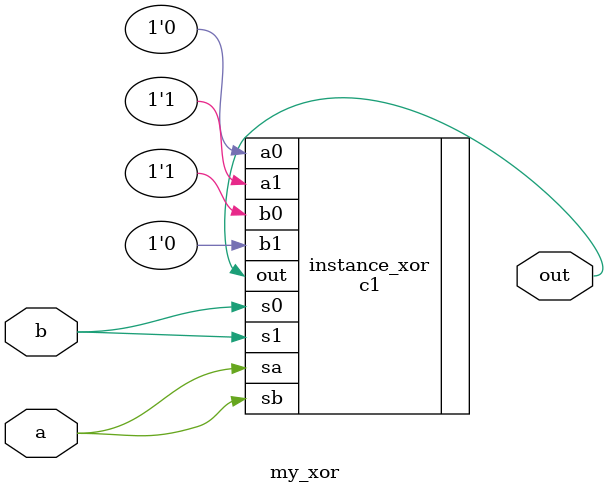
<source format=v>
module my_xor(
    input a, b,
    output out
);
    c1 instance_xor(.a0(1'b0), .a1(1'b1), .sa(a), .b0(1'b1), .b1(1'b0), .sb(a), .s0(b), .s1(b), .out(out));

endmodule

</source>
